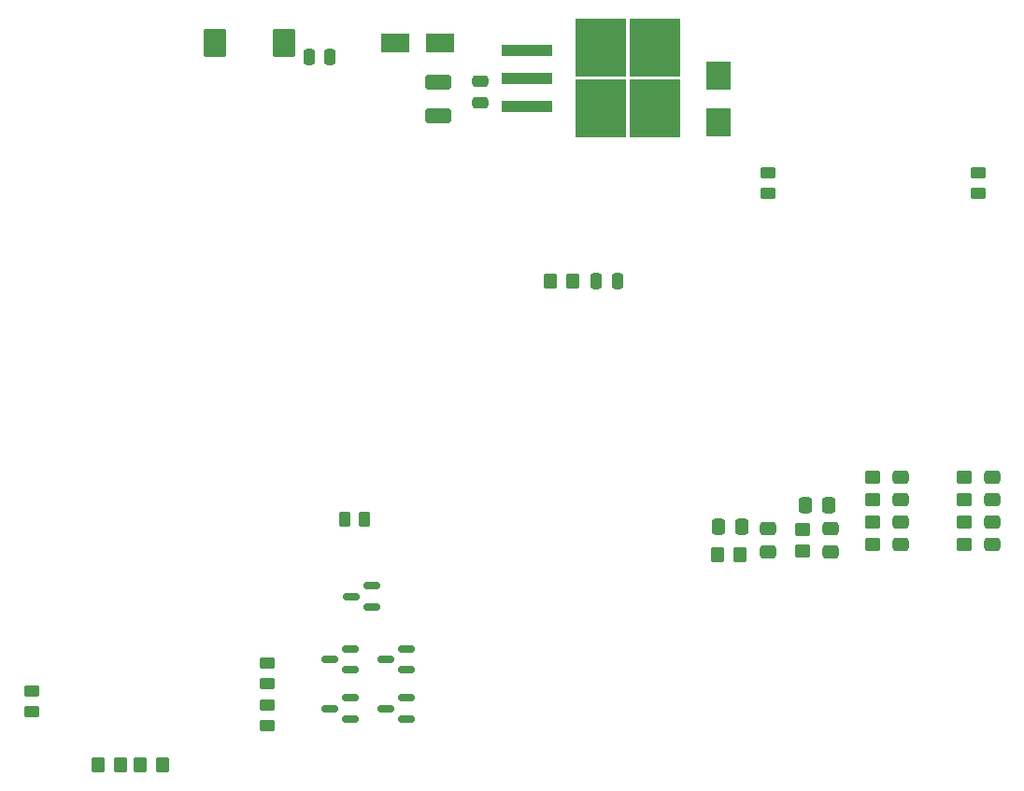
<source format=gtp>
G04 #@! TF.GenerationSoftware,KiCad,Pcbnew,(6.0.1)*
G04 #@! TF.CreationDate,2022-02-04T01:53:46-05:00*
G04 #@! TF.ProjectId,klxecu,6b6c7865-6375-42e6-9b69-6361645f7063,rev?*
G04 #@! TF.SameCoordinates,Original*
G04 #@! TF.FileFunction,Paste,Top*
G04 #@! TF.FilePolarity,Positive*
%FSLAX46Y46*%
G04 Gerber Fmt 4.6, Leading zero omitted, Abs format (unit mm)*
G04 Created by KiCad (PCBNEW (6.0.1)) date 2022-02-04 01:53:46*
%MOMM*%
%LPD*%
G01*
G04 APERTURE LIST*
G04 Aperture macros list*
%AMRoundRect*
0 Rectangle with rounded corners*
0 $1 Rounding radius*
0 $2 $3 $4 $5 $6 $7 $8 $9 X,Y pos of 4 corners*
0 Add a 4 corners polygon primitive as box body*
4,1,4,$2,$3,$4,$5,$6,$7,$8,$9,$2,$3,0*
0 Add four circle primitives for the rounded corners*
1,1,$1+$1,$2,$3*
1,1,$1+$1,$4,$5*
1,1,$1+$1,$6,$7*
1,1,$1+$1,$8,$9*
0 Add four rect primitives between the rounded corners*
20,1,$1+$1,$2,$3,$4,$5,0*
20,1,$1+$1,$4,$5,$6,$7,0*
20,1,$1+$1,$6,$7,$8,$9,0*
20,1,$1+$1,$8,$9,$2,$3,0*%
G04 Aperture macros list end*
%ADD10R,4.600000X1.100000*%
%ADD11R,4.550000X5.250000*%
%ADD12RoundRect,0.250000X0.262500X0.450000X-0.262500X0.450000X-0.262500X-0.450000X0.262500X-0.450000X0*%
%ADD13RoundRect,0.250000X0.450000X-0.262500X0.450000X0.262500X-0.450000X0.262500X-0.450000X-0.262500X0*%
%ADD14RoundRect,0.250000X-0.350000X-0.450000X0.350000X-0.450000X0.350000X0.450000X-0.350000X0.450000X0*%
%ADD15RoundRect,0.250000X0.350000X0.450000X-0.350000X0.450000X-0.350000X-0.450000X0.350000X-0.450000X0*%
%ADD16RoundRect,0.250000X-0.450000X0.350000X-0.450000X-0.350000X0.450000X-0.350000X0.450000X0.350000X0*%
%ADD17RoundRect,0.250000X-0.450000X0.262500X-0.450000X-0.262500X0.450000X-0.262500X0.450000X0.262500X0*%
%ADD18RoundRect,0.150000X0.587500X0.150000X-0.587500X0.150000X-0.587500X-0.150000X0.587500X-0.150000X0*%
%ADD19R,2.300000X2.500000*%
%ADD20R,2.500000X1.800000*%
%ADD21RoundRect,0.250000X-0.250000X-0.475000X0.250000X-0.475000X0.250000X0.475000X-0.250000X0.475000X0*%
%ADD22RoundRect,0.250000X0.475000X-0.337500X0.475000X0.337500X-0.475000X0.337500X-0.475000X-0.337500X0*%
%ADD23RoundRect,0.250000X-0.475000X0.337500X-0.475000X-0.337500X0.475000X-0.337500X0.475000X0.337500X0*%
%ADD24RoundRect,0.250000X-0.337500X-0.475000X0.337500X-0.475000X0.337500X0.475000X-0.337500X0.475000X0*%
%ADD25RoundRect,0.250000X0.925000X-0.412500X0.925000X0.412500X-0.925000X0.412500X-0.925000X-0.412500X0*%
%ADD26RoundRect,0.250000X0.475000X-0.250000X0.475000X0.250000X-0.475000X0.250000X-0.475000X-0.250000X0*%
%ADD27RoundRect,0.250000X0.250000X0.475000X-0.250000X0.475000X-0.250000X-0.475000X0.250000X-0.475000X0*%
%ADD28RoundRect,0.250000X-0.787500X-1.025000X0.787500X-1.025000X0.787500X1.025000X-0.787500X1.025000X0*%
G04 APERTURE END LIST*
D10*
X82925000Y-49530000D03*
X82925000Y-46990000D03*
X82925000Y-44450000D03*
D11*
X89650000Y-44215000D03*
X94500000Y-44215000D03*
X94500000Y-49765000D03*
X89650000Y-49765000D03*
D12*
X68222500Y-86995000D03*
X66397500Y-86995000D03*
D13*
X38100000Y-102592500D03*
X38100000Y-104417500D03*
D14*
X46085000Y-109220000D03*
X44085000Y-109220000D03*
D15*
X47895000Y-109220000D03*
X49895000Y-109220000D03*
D13*
X59380000Y-103862500D03*
X59380000Y-105687500D03*
X59380000Y-100052500D03*
X59380000Y-101877500D03*
D14*
X87090000Y-65405000D03*
X85090000Y-65405000D03*
D16*
X122555000Y-89265000D03*
X122555000Y-87265000D03*
X107950000Y-89900000D03*
X107950000Y-87900000D03*
X122555000Y-85185000D03*
X122555000Y-83185000D03*
D14*
X100235000Y-90170000D03*
X102235000Y-90170000D03*
D16*
X114300000Y-89265000D03*
X114300000Y-87265000D03*
X114300000Y-85185000D03*
X114300000Y-83185000D03*
D13*
X104775000Y-55602500D03*
X104775000Y-57427500D03*
D17*
X123825000Y-57427500D03*
X123825000Y-55602500D03*
D18*
X67007500Y-93980000D03*
X68882500Y-93030000D03*
X68882500Y-94930000D03*
X70182500Y-104140000D03*
X72057500Y-103190000D03*
X72057500Y-105090000D03*
X65102500Y-99695000D03*
X66977500Y-98745000D03*
X66977500Y-100645000D03*
X72057500Y-100645000D03*
X72057500Y-98745000D03*
X70182500Y-99695000D03*
X65102500Y-104140000D03*
X66977500Y-103190000D03*
X66977500Y-105090000D03*
D19*
X100330000Y-46745000D03*
X100330000Y-51045000D03*
D20*
X71025000Y-43815000D03*
X75025000Y-43815000D03*
D21*
X89220000Y-65405000D03*
X91120000Y-65405000D03*
D22*
X125095000Y-87227500D03*
X125095000Y-89302500D03*
X110490000Y-87862500D03*
X110490000Y-89937500D03*
D23*
X125095000Y-85222500D03*
X125095000Y-83147500D03*
D24*
X110257500Y-85725000D03*
X108182500Y-85725000D03*
D22*
X104775000Y-87862500D03*
X104775000Y-89937500D03*
X116840000Y-87227500D03*
X116840000Y-89302500D03*
D24*
X100330000Y-87630000D03*
X102405000Y-87630000D03*
D23*
X116840000Y-85222500D03*
X116840000Y-83147500D03*
D25*
X74930000Y-47357500D03*
X74930000Y-50432500D03*
D26*
X78740000Y-47310000D03*
X78740000Y-49210000D03*
D27*
X63185000Y-45085000D03*
X65085000Y-45085000D03*
D28*
X60897500Y-43815000D03*
X54672500Y-43815000D03*
M02*

</source>
